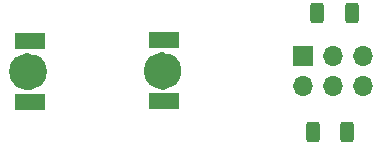
<source format=gbs>
%TF.GenerationSoftware,KiCad,Pcbnew,(6.0.4-0)*%
%TF.CreationDate,2022-05-11T16:37:38-04:00*%
%TF.ProjectId,Master_Warning,4d617374-6572-45f5-9761-726e696e672e,v02*%
%TF.SameCoordinates,Original*%
%TF.FileFunction,Soldermask,Bot*%
%TF.FilePolarity,Negative*%
%FSLAX46Y46*%
G04 Gerber Fmt 4.6, Leading zero omitted, Abs format (unit mm)*
G04 Created by KiCad (PCBNEW (6.0.4-0)) date 2022-05-11 16:37:38*
%MOMM*%
%LPD*%
G01*
G04 APERTURE LIST*
G04 Aperture macros list*
%AMRoundRect*
0 Rectangle with rounded corners*
0 $1 Rounding radius*
0 $2 $3 $4 $5 $6 $7 $8 $9 X,Y pos of 4 corners*
0 Add a 4 corners polygon primitive as box body*
4,1,4,$2,$3,$4,$5,$6,$7,$8,$9,$2,$3,0*
0 Add four circle primitives for the rounded corners*
1,1,$1+$1,$2,$3*
1,1,$1+$1,$4,$5*
1,1,$1+$1,$6,$7*
1,1,$1+$1,$8,$9*
0 Add four rect primitives between the rounded corners*
20,1,$1+$1,$2,$3,$4,$5,0*
20,1,$1+$1,$4,$5,$6,$7,0*
20,1,$1+$1,$6,$7,$8,$9,0*
20,1,$1+$1,$8,$9,$2,$3,0*%
G04 Aperture macros list end*
%ADD10C,1.600000*%
%ADD11R,2.600000X1.400000*%
%ADD12RoundRect,0.249998X-0.312502X-0.625002X0.312502X-0.625002X0.312502X0.625002X-0.312502X0.625002X0*%
%ADD13R,1.700000X1.700000*%
%ADD14O,1.700000X1.700000*%
G04 APERTURE END LIST*
D10*
%TO.C,D1*%
X205677261Y-86408418D02*
G75*
G03*
X205677261Y-86408418I-800000J0D01*
G01*
%TO.C,D2*%
X217074857Y-86341218D02*
G75*
G03*
X217074857Y-86341218I-800000J0D01*
G01*
%TD*%
D11*
%TO.C,D1*%
X205019401Y-88993178D03*
X205019401Y-83793178D03*
%TD*%
%TO.C,D2*%
X216416997Y-88925978D03*
X216416997Y-83725978D03*
%TD*%
D12*
%TO.C,R1*%
X229349849Y-81470612D03*
X232274849Y-81470612D03*
%TD*%
%TO.C,R2*%
X229001537Y-91535306D03*
X231926537Y-91535306D03*
%TD*%
D13*
%TO.C,J1*%
X228131712Y-85078461D03*
D14*
X228131712Y-87618461D03*
X230671712Y-85078461D03*
X230671712Y-87618461D03*
X233211712Y-85078461D03*
X233211712Y-87618461D03*
%TD*%
M02*

</source>
